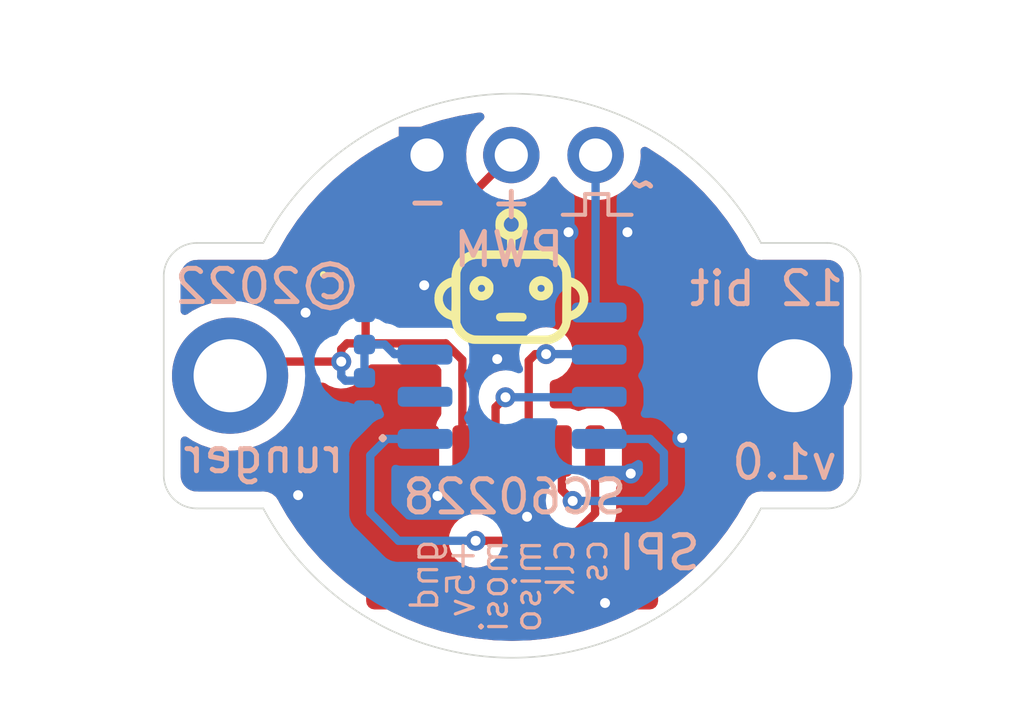
<source format=kicad_pcb>
(kicad_pcb (version 20211014) (generator pcbnew)
  (layers (0 "F.Cu" signal) (31 "B.Cu" signal) (34 "B.Paste" user) (35 "F.Paste" user) (36 "B.SilkS" user "B.Silkscreen") (37 "F.SilkS" user "F.Silkscreen") (38 "B.Mask" user) (39 "F.Mask" user) (44 "Edge.Cuts" user))
  (net 0 "")
  (net 1 "GND")
  (net 2 "VCC")
  (net 3 "Net-(D1-Pad1)")
  (net 4 "/nCS")
  (net 5 "/SCK")
  (net 6 "/MISO")
  (net 7 "/MOSI")
  (net 8 "/PWM")
  (footprint "MountingHole:MountingHole_2.2mm_M2_ISO7380_Pad" (layer "F.Cu") (at 121 75)
    (fp_text reference "H1")
    (fp_text value "MountingHole_Pad")
    (pad "1" thru_hole circle locked (at 0 0) (size 3.5 3.5) (drill 2.2) (layers *.Cu *.Mask) (net 2 "VCC"))
  )
  (footprint "Connector_JST:JST_SH_SM06B-SRSS-TB_1x06-1MP_P1.00mm_Horizontal" (layer "F.Cu") (at 129.5 79.27)
    (fp_text reference "J1")
    (fp_text value "Conn_01x06_MountingPin")
    (pad "1" smd roundrect locked (at -2.5 -2) (size 0.6 1.55) (layers "F.Cu" "F.Paste" "F.Mask") (net 1 "GND"))
    (pad "2" smd roundrect locked (at -1.5 -2) (size 0.6 1.55) (layers "F.Cu" "F.Paste" "F.Mask") (net 2 "VCC"))
    (pad "3" smd roundrect locked (at -0.5 -2) (size 0.6 1.55) (layers "F.Cu" "F.Paste" "F.Mask") (net 7 "/MOSI"))
    (pad "4" smd roundrect locked (at 0.5 -2) (size 0.6 1.55) (layers "F.Cu" "F.Paste" "F.Mask") (net 6 "/MISO"))
    (pad "5" smd roundrect locked (at 1.5 -2) (size 0.6 1.55) (layers "F.Cu" "F.Paste" "F.Mask") (net 5 "/SCK"))
    (pad "6" smd roundrect locked (at 2.5 -2) (size 0.6 1.55) (layers "F.Cu" "F.Paste" "F.Mask") (net 4 "/nCS"))
    (pad "MP" smd roundrect locked (at -3.8 1.875) (size 1.2 1.8) (layers "F.Cu" "F.Paste" "F.Mask") (roundrect_rratio 0.2083333333) (net 1 "GND"))
    (pad "MP" smd roundrect locked (at 3.8 1.875) (size 1.2 1.8) (layers "F.Cu" "F.Paste" "F.Mask") (roundrect_rratio 0.2083333333) (net 1 "GND"))
  )
  (footprint "Resistor_SMD:R_0402_1005Metric" (layer "F.Cu") (at 124.9 70.9)
    (fp_text reference "R1")
    (fp_text value "2k2")
    (pad "1" smd roundrect locked (at -0.485 0) (size 0.59 0.64) (layers "F.Cu" "F.Paste" "F.Mask") (net 3 "Net-(D1-Pad1)"))
    (pad "2" smd roundrect locked (at 0.485 0) (size 0.59 0.64) (layers "F.Cu" "F.Paste" "F.Mask") (net 1 "GND"))
  )
  (footprint "LED_SMD:LED_0402_1005Metric" (layer "F.Cu") (at 124.9 71.95)
    (fp_text reference "D1")
    (fp_text value "green")
    (fp_circle (center -1.09 0) (end -1.04 0) (layer "F.SilkS") (width 0.1) (fill none))
    (pad "1" smd roundrect locked (at -0.485 0) (size 0.59 0.64) (layers "F.Cu" "F.Paste" "F.Mask") (net 3 "Net-(D1-Pad1)"))
    (pad "2" smd roundrect locked (at 0.485 0) (size 0.59 0.64) (layers "F.Cu" "F.Paste" "F.Mask") (net 2 "VCC"))
  )
  (footprint "MountingHole:MountingHole_2.2mm_M2_ISO7380_Pad" (layer "F.Cu") (at 138 75)
    (fp_text reference "H2")
    (fp_text value "MountingHole_Pad")
    (pad "1" thru_hole circle locked (at 0 0) (size 3.5 3.5) (drill 2.2) (layers *.Cu *.Mask) (net 1 "GND"))
  )
  (footprint "Connector_PinHeader_2.54mm:PinHeader_1x03_P2.54mm_Vertical" (layer "F.Cu") (at 126.935 68.35 90)
    (fp_text reference "J2")
    (fp_text value "Conn_01x03")
    (pad "1" thru_hole rect locked (at 0 0 90) (size 1.7 1.7) (drill 1) (layers *.Cu *.Mask) (net 1 "GND"))
    (pad "2" thru_hole oval locked (at 0 2.54 90) (size 1.7 1.7) (drill 1) (layers *.Cu *.Mask) (net 2 "VCC"))
    (pad "3" thru_hole oval locked (at 0 5.08 90) (size 1.7 1.7) (drill 1) (layers *.Cu *.Mask) (net 8 "/PWM"))
  )
  (footprint "runger:Robo_logo2" (layer "F.Cu") (at 129.475 72)
    (fp_text reference "L1" hide)
    (fp_text value "Robo_Logo" hide)
    (fp_poly (pts (xy 0.097813 -2.033273) (xy 0.186492 -2.006246) (xy 0.268214 -1.96053) (xy 0.34422 -1.895576) (xy 0.353277 -1.886187) (xy 0.40812 -1.817965) (xy 0.44613 -1.745631) (xy 0.4685 -1.665749) (xy 0.476428 -1.574883) (xy 0.475802 -1.534168) (xy 0.473144 -1.485324) (xy 0.468585 -1.449197) (xy 0.460295 -1.418185) (xy 0.446443 -1.384687) (xy 0.433155 -1.3571) (xy 0.38195 -1.273063) (xy 0.318455 -1.204615) (xy 0.240771 -1.149882) (xy 0.203514 -1.13056) (xy 0.122471 -1.0922) (xy 0.122195 -0.93218) (xy 0.12192 -0.77216) (xy 0.61722 -0.771984) (xy 0.739095 -0.77186) (xy 0.842638 -0.771477) (xy 0.929835 -0.770681) (xy 1.002672 -0.769317) (xy 1.063137 -0.767231) (xy 1.113215 -0.764267) (xy 1.154894 -0.760272) (xy 1.19016 -0.755089) (xy 1.221001 -0.748566) (xy 1.249402 -0.740546) (xy 1.277351 -0.730876) (xy 1.306834 -0.719399) (xy 1.310281 -0.71801) (xy 1.397129 -0.677159) (xy 1.47441 -0.627391) (xy 1.549244 -0.563975) (xy 1.565153 -0.54864) (xy 1.64756 -0.454337) (xy 1.711593 -0.351364) (xy 1.751969 -0.255855) (xy 1.769983 -0.192551) (xy 1.784764 -0.121009) (xy 1.794734 -0.05026) (xy 1.79832 0.009764) (xy 1.799879 0.035382) (xy 1.808524 0.047841) (xy 1.830203 0.05427) (xy 1.83642 0.055422) (xy 1.883138 0.069054) (xy 1.938766 0.093237) (xy 1.997289 0.12473) (xy 2.052698 0.160289) (xy 2.098981 0.196672) (xy 2.100044 0.197632) (xy 2.166196 0.267786) (xy 2.224251 0.349103) (xy 2.269513 0.43461) (xy 2.283777 0.47065) (xy 2.302854 0.544344) (xy 2.313502 0.62867) (xy 2.315313 0.715594) (xy 2.307882 0.797078) (xy 2.301839 0.82804) (xy 2.267383 0.931737) (xy 2.21538 1.028275) (xy 2.148023 1.115306) (xy 2.067506 1.190481) (xy 1.976023 1.251453) (xy 1.875768 1.295873) (xy 1.859849 1.301043) (xy 1.828188 1.312774) (xy 1.805002 1.324939) (xy 1.797128 1.332267) (xy 1.792292 1.348767) (xy 1.786004 1.37906) (xy 1.779571 1.416808) (xy 1.779154 1.419531) (xy 1.752587 1.528373) (xy 1.707662 1.632248) (xy 1.646122 1.729159) (xy 1.569712 1.817109) (xy 1.480174 1.8941) (xy 1.379254 1.958136) (xy 1.268694 2.007217) (xy 1.26492 2.008553) (xy 1.18364 2.03708) (xy 0.0254 2.038938) (xy -0.160295 2.039194) (xy -0.326694 2.039328) (xy -0.474822 2.03933) (xy -0.605704 2.039191) (xy -0.720364 2.0389) (xy -0.819827 2.038449) (xy -0.905117 2.037826) (xy -0.977259 2.037023) (xy -1.037276 2.036031) (xy -1.086194 2.034838) (xy -1.125037 2.033435) (xy -1.15483 2.031814) (xy -1.176596 2.029963) (xy -1.191361 2.027873) (xy -1.1938 2.027374) (xy -1.304486 1.993291) (xy -1.408518 1.942326) (xy -1.503918 1.876537) (xy -1.588705 1.797979) (xy -1.660899 1.708708) (xy -1.718521 1.610779) (xy -1.75959 1.50625) (xy -1.779155 1.419531) (xy -1.78555 1.381502) (xy -1.79189 1.35049) (xy -1.796869 1.332833) (xy -1.797129 1.332267) (xy -1.810012 1.321823) (xy -1.836099 1.309459) (xy -1.85985 1.301043) (xy -1.949042 1.26608) (xy -2.030205 1.217852) (xy -2.108185 1.153335) (xy -2.128746 1.13331) (xy -2.202097 1.048655) (xy -2.25641 0.959996) (xy -2.292558 0.865054) (xy -2.311415 0.76155) (xy -2.313737 0.661106) (xy -2.069701 0.661106) (xy -2.064993 0.741119) (xy -2.064803 0.742151) (xy -2.039303 0.831107) (xy -1.998459 0.908416) (xy -1.952029 0.963925) (xy -1.920202 0.991581) (xy -1.88405 1.017948) (xy -1.848823 1.039695) (xy -1.819771 1.05349) (xy -1.80594 1.056631) (xy -1.804215 1.046846) (xy -1.802626 1.018977) (xy -1.801219 0.975261) (xy -1.80004 0.917932) (xy -1.799134 0.849229) (xy -1.798546 0.771386) (xy -1.798321 0.68664) (xy -1.79832 0.68072) (xy -1.798462 0.595587) (xy -1.798863 0.517207) (xy -1.799493 0.447814) (xy -1.80032 0.389645) (xy -1.800338 0.388824) (xy -1.54274 0.388824) (xy -1.542529 0.535018) (xy -1.542104 0.666108) (xy -1.53924 1.397) (xy -1.515308 1.456336) (xy -1.467107 1.550437) (xy -1.404381 1.631517) (xy -1.328757 1.698202) (xy -1.241861 1.749117) (xy -1.14532 1.782889) (xy -1.12268 1.787936) (xy -1.10573 1.789301) (xy -1.070106 1.790558) (xy -1.017456 1.791708) (xy -0.949427 1.792749) (xy -0.867665 1.793681) (xy -0.773818 1.794502) (xy -0.669531 1.795214) (xy -0.556453 1.795814) (xy -0.436228 1.796302) (xy -0.310505 1.796677) (xy -0.180931 1.79694) (xy -0.049151 1.797088) (xy 0.083187 1.797122) (xy 0.214437 1.797041) (xy 0.342951 1.796844) (xy 0.467084 1.79653) (xy 0.585187 1.796099) (xy 0.695615 1.79555) (xy 0.796721 1.794883) (xy 0.886857 1.794096) (xy 0.964377 1.793189) (xy 1.027635 1.792162) (xy 1.074983 1.791014) (xy 1.104775 1.789744) (xy 1.114014 1.788839) (xy 1.21477 1.759864) (xy 1.305507 1.713636) (xy 1.384854 1.651291) (xy 1.451441 1.573965) (xy 1.503899 1.482793) (xy 1.515307 1.456336) (xy 1.53924 1.397) (xy 1.542068 0.674918) (xy 1.79832 0.674918) (xy 1.79832 1.058009) (xy 1.82118 1.051365) (xy 1.841503 1.042282) (xy 1.871333 1.025356) (xy 1.898977 1.007702) (xy 1.964323 0.952274) (xy 2.014104 0.88628) (xy 2.048092 0.812482) (xy 2.06606 0.733646) (xy 2.06778 0.652533) (xy 2.053025 0.571909) (xy 2.021565 0.494536) (xy 1.973174 0.423177) (xy 1.949301 0.397211) (xy 1.923071 0.374374) (xy 1.890114 0.35027) (xy 1.855868 0.328353) (xy 1.82577 0.312075) (xy 1.80526 0.304887) (xy 1.803737 0.3048) (xy 1.802511 0.314587) (xy 1.801383 0.34246) (xy 1.800383 0.386185) (xy 1.799545 0.443528) (xy 1.7989 0.512253) (xy 1.798481 0.590128) (xy 1.79832 0.674918) (xy 1.542068 0.674918) (xy 1.542103 0.666108) (xy 1.542599 0.497897) (xy 1.54269 0.349966) (xy 1.542376 0.22228) (xy 1.541655 0.114804) (xy 1.540528 0.027501) (xy 1.538994 -0.039662) (xy 1.537053 -0.086723) (xy 1.534705 -0.113716) (xy 1.534153 -0.116872) (xy 1.505381 -0.206853) (xy 1.458852 -0.290619) (xy 1.396771 -0.365731) (xy 1.321347 -0.429749) (xy 1.234787 -0.480235) (xy 1.187567 -0.499805) (xy 1.12268 -0.52324) (xy 0.06096 -0.52619) (xy -0.121935 -0.526594) (xy -0.291295 -0.526757) (xy -0.446409 -0.526683) (xy -0.586564 -0.526377) (xy -0.71105 -0.525842) (xy -0.819155 -0.525084) (xy -0.910166 -0.524108) (xy -0.983372 -0.522917) (xy -1.038061 -0.521516) (xy -1.073521 -0.519909) (xy -1.084301 -0.518973) (xy -1.179842 -0.499897) (xy -1.264409 -0.466246) (xy -1.342058 -0.415999) (xy -1.405094 -0.359298) (xy -1.448956 -0.305335) (xy -1.488414 -0.239423) (xy -1.518989 -0.169931) (xy -1.533737 -0.11888) (xy -1.536183 -0.098098) (xy -1.538233 -0.060901) (xy -1.539893 -0.006788) (xy -1.541168 0.06474) (xy -1.542064 0.154185) (xy -1.542586 0.262046) (xy -1.54274 0.388824) (xy -1.800338 0.388824) (xy -1.80131 0.344937) (xy -1.802432 0.315925) (xy -1.803653 0.304846) (xy -1.803738 0.3048) (xy -1.815097 0.30903) (xy -1.838533 0.319909) (xy -1.858339 0.329722) (xy -1.925864 0.37472) (xy -1.982583 0.433994) (xy -2.026675 0.503907) (xy -2.056322 0.580823) (xy -2.069701 0.661106) (xy -2.313737 0.661106) (xy -2.313989 0.65024) (xy -2.300325 0.536454) (xy -2.269047 0.432407) (xy -2.219626 0.336961) (xy -2.151529 0.248981) (xy -2.104251 0.201827) (xy -2.055759 0.162847) (xy -1.998681 0.125465) (xy -1.938894 0.092906) (xy -1.882278 0.068396) (xy -1.837853 0.055691) (xy -1.801186 0.049076) (xy -1.794474 -0.038236) (xy -1.781416 -0.144723) (xy -1.758995 -0.238269) (xy -1.727587 -0.320816) (xy -1.668331 -0.427322) (xy -1.592792 -0.523024) (xy -1.502942 -0.606046) (xy -1.400753 -0.674511) (xy -1.310282 -0.71801) (xy -1.280506 -0.729696) (xy -1.252485 -0.739559) (xy -1.224232 -0.747754) (xy -1.19376 -0.754436) (xy -1.159082 -0.759759) (xy -1.118211 -0.763878) (xy -1.069161 -0.766948) (xy -1.009945 -0.769124) (xy -0.938576 -0.77056) (xy -0.853068 -0.771412) (xy -0.751434 -0.771833) (xy -0.631687 -0.771978) (xy -0.61722 -0.771984) (xy -0.12192 -0.77216) (xy -0.122472 -1.0922) (xy -0.203515 -1.13056) (xy -0.287715 -1.1801) (xy -0.356929 -1.242569) (xy -0.413057 -1.31984) (xy -0.433156 -1.3571) (xy -0.451754 -1.39651) (xy -0.463563 -1.428344) (xy -0.470417 -1.460207) (xy -0.474144 -1.499698) (xy -0.475803 -1.534168) (xy -0.47547 -1.54385) (xy -0.232207 -1.54385) (xy -0.226704 -1.511201) (xy -0.212015 -1.473437) (xy -0.210775 -1.470716) (xy -0.173627 -1.411857) (xy -0.1245 -1.368254) (xy -0.06612 -1.341137) (xy -0.001214 -1.331737) (xy 0.067493 -1.341287) (xy 0.072558 -1.342752) (xy 0.124102 -1.367849) (xy 0.170263 -1.408459) (xy 0.20593 -1.459777) (xy 0.213119 -1.474894) (xy 0.230063 -1.538334) (xy 0.228163 -1.602024) (xy 0.20856 -1.662537) (xy 0.172395 -1.716447) (xy 0.120809 -1.760327) (xy 0.117368 -1.762492) (xy 0.085246 -1.780217) (xy 0.056158 -1.789549) (xy 0.020627 -1.792969) (xy 0 -1.79324) (xy -0.041527 -1.791671) (xy -0.072343 -1.785309) (xy -0.101926 -1.77167) (xy -0.117369 -1.762492) (xy -0.170455 -1.718251) (xy -0.208183 -1.661915) (xy -0.228624 -1.596556) (xy -0.230486 -1.5825) (xy -0.232207 -1.54385) (xy -0.47547 -1.54385) (xy -0.472336 -1.634808) (xy -0.452825 -1.724048) (xy -0.416505 -1.803885) (xy -0.362609 -1.876319) (xy -0.332953 -1.906526) (xy -0.257649 -1.967521) (xy -0.179661 -2.009557) (xy -0.095663 -2.033983) (xy -0.002332 -2.042152) (xy 0.000938 -2.042161) (xy 0.097813 -2.033273)) (layer "F.SilkS") (width 0.01) (fill solid))
    (fp_poly (pts (xy 0.986438 0.014923) (xy 1.060362 0.044017) (xy 1.127592 0.088719) (xy 1.161498 0.120766) (xy 1.203048 0.170304) (xy 1.230682 0.217184) (xy 1.246804 0.267721) (xy 1.253812 0.328229) (xy 1.254653 0.36576) (xy 1.253911 0.414946) (xy 1.250751 0.450757) (xy 1.243964 0.480101) (xy 1.232341 0.509888) (xy 1.22763 0.520156) (xy 1.185181 0.58825) (xy 1.127574 0.647261) (xy 1.059504 0.692457) (xy 1.054096 0.695163) (xy 0.994477 0.716172) (xy 0.926104 0.727373) (xy 0.857164 0.728111) (xy 0.795845 0.717726) (xy 0.79116 0.716282) (xy 0.717714 0.682449) (xy 0.651949 0.632363) (xy 0.597684 0.569722) (xy 0.558734 0.498223) (xy 0.55447 0.487022) (xy 0.541188 0.427663) (xy 0.538719 0.364108) (xy 0.7874 0.364108) (xy 0.790132 0.400703) (xy 0.800213 0.426279) (xy 0.81224 0.441364) (xy 0.849739 0.468228) (xy 0.893251 0.479195) (xy 0.93707 0.473905) (xy 0.975492 0.451998) (xy 0.975831 0.451693) (xy 1.001822 0.416117) (xy 1.012073 0.374572) (xy 1.007006 0.33252) (xy 0.987043 0.295425) (xy 0.962106 0.273872) (xy 0.915745 0.255793) (xy 0.870018 0.257052) (xy 0.828082 0.277431) (xy 0.82058 0.283646) (xy 0.800035 0.304795) (xy 0.79026 0.325783) (xy 0.787457 0.355817) (xy 0.7874 0.364108) (xy 0.538719 0.364108) (xy 0.53853 0.359264) (xy 0.545973 0.289777) (xy 0.562998 0.227152) (xy 0.572955 0.204665) (xy 0.620513 0.133516) (xy 0.682451 0.076017) (xy 0.756986 0.033504) (xy 0.834304 0.008956) (xy 0.90977 0.002786) (xy 0.986438 0.014923)) (layer "F.SilkS") (width 0.01) (fill solid))
    (fp_poly (pts (xy -0.852964 0.006741) (xy -0.817725 0.011646) (xy -0.784163 0.022321) (xy -0.750304 0.037274) (xy -0.673759 0.083754) (xy -0.612127 0.14399) (xy -0.571847 0.205393) (xy -0.558897 0.231799) (xy -0.55062 0.255572) (xy -0.54599 0.282534) (xy -0.54398 0.318509) (xy -0.54356 0.36576) (xy -0.54392 0.414476) (xy -0.545819 0.448904) (xy -0.550486 0.475073) (xy -0.559149 0.499011) (xy -0.573038 0.526749) (xy -0.578408 0.536712) (xy -0.627833 0.608228) (xy -0.689348 0.664085) (xy -0.761289 0.703224) (xy -0.841998 0.724585) (xy -0.878285 0.728009) (xy -0.922977 0.727777) (xy -0.96726 0.723815) (xy -0.996902 0.718102) (xy -1.071873 0.6867) (xy -1.138466 0.638469) (xy -1.193765 0.576147) (xy -1.234861 0.502475) (xy -1.240146 0.489229) (xy -1.254921 0.428174) (xy -1.257529 0.379922) (xy -1.011775 0.379922) (xy -1.000461 0.419396) (xy -0.976344 0.450614) (xy -0.942976 0.471496) (xy -0.903905 0.479966) (xy -0.862681 0.473947) (xy -0.822855 0.45136) (xy -0.816409 0.445657) (xy -0.792327 0.410916) (xy -0.784475 0.37133) (xy -0.79105 0.331419) (xy -0.810248 0.295701) (xy -0.840265 0.268694) (xy -0.879298 0.254916) (xy -0.892911 0.254037) (xy -0.940383 0.262888) (xy -0.978565 0.287515) (xy -1.003588 0.325192) (xy -1.006738 0.334267) (xy -1.011775 0.379922) (xy -1.257529 0.379922) (xy -1.258686 0.358539) (xy -1.251704 0.288652) (xy -1.234236 0.226841) (xy -1.231721 0.220972) (xy -1.197754 0.164248) (xy -1.14968 0.109757) (xy -1.093386 0.063333) (xy -1.04366 0.034658) (xy -1.004496 0.018692) (xy -0.969085 0.009806) (xy -0.928075 0.006124) (xy -0.89916 0.005634) (xy -0.852964 0.006741)) (layer "F.SilkS") (width 0.01) (fill solid))
    (fp_poly (pts (xy 0.109648 1.108074) (xy 0.181977 1.108995) (xy 0.246828 1.110394) (xy 0.301111 1.112273) (xy 0.34174 1.11463) (xy 0.365625 1.117466) (xy 0.367646 1.117953) (xy 0.411414 1.139753) (xy 0.441917 1.175255) (xy 0.456393 1.220837) (xy 0.4572 1.235368) (xy 0.454299 1.267576) (xy 0.442839 1.293313) (xy 0.42243 1.318409) (xy 0.38766 1.35636) (xy 0.01349 1.358862) (xy -0.086109 1.359423) (xy -0.167411 1.359599) (xy -0.232438 1.359326) (xy -0.283212 1.35854) (xy -0.321753 1.357174) (xy -0.350083 1.355164) (xy -0.370224 1.352446) (xy -0.384195 1.348955) (xy -0.391682 1.34587) (xy -0.427256 1.31781) (xy -0.449564 1.279059) (xy -0.457458 1.23505) (xy -0.449786 1.191222) (xy -0.431147 1.159316) (xy -0.403631 1.135638) (xy -0.3711 1.119007) (xy -0.367647 1.117953) (xy -0.34666 1.115042) (xy -0.308447 1.11261) (xy -0.256096 1.110656) (xy -0.192694 1.109182) (xy -0.121331 1.108186) (xy -0.045094 1.10767) (xy 0.032928 1.107633) (xy 0.109648 1.108074)) (layer "F.SilkS") (width 0.01) (fill solid))
  )
  (footprint "Package_SO:SOP-8_3.9x4.9mm_P1.27mm" (layer "B.Cu") (at 129.5 75)
    (fp_text reference "U1")
    (fp_text value "SC60228")
    (pad "1" smd roundrect (at -2.625 1.905) (size 1.65 0.6) (layers "B.Cu" "B.Paste" "B.Mask") (net 4 "/nCS"))
    (pad "2" smd roundrect (at -2.625 0.635) (size 1.65 0.6) (layers "B.Cu" "B.Paste" "B.Mask"))
    (pad "3" smd roundrect (at -2.625 -0.635) (size 1.65 0.6) (layers "B.Cu" "B.Paste" "B.Mask") (net 2 "VCC"))
    (pad "4" smd roundrect (at -2.625 -1.905) (size 1.65 0.6) (layers "B.Cu" "B.Paste" "B.Mask") (net 1 "GND"))
    (pad "5" smd roundrect (at 2.625 -1.905) (size 1.65 0.6) (layers "B.Cu" "B.Paste" "B.Mask") (net 8 "/PWM"))
    (pad "6" smd roundrect (at 2.625 -0.635) (size 1.65 0.6) (layers "B.Cu" "B.Paste" "B.Mask") (net 6 "/MISO"))
    (pad "7" smd roundrect (at 2.625 0.635) (size 1.65 0.6) (layers "B.Cu" "B.Paste" "B.Mask") (net 7 "/MOSI"))
    (pad "8" smd roundrect (at 2.625 1.905) (size 1.65 0.6) (layers "B.Cu" "B.Paste" "B.Mask") (net 5 "/SCK"))
  )
  (footprint "Capacitor_SMD:C_0402_1005Metric" (layer "B.Cu") (at 125.05 75.55 90)
    (fp_text reference "C1")
    (fp_text value "10uF 10V")
    (pad "1" smd roundrect locked (at -0.485 0 90) (size 0.59 0.64) (layers "B.Cu" "B.Paste" "B.Mask") (net 1 "GND"))
    (pad "2" smd roundrect locked (at 0.485 0 90) (size 0.59 0.64) (layers "B.Cu" "B.Paste" "B.Mask") (net 2 "VCC"))
  )
  (footprint "Capacitor_SMD:C_0402_1005Metric" (layer "B.Cu") (at 125.05 73.575 -90)
    (fp_text reference "C2")
    (fp_text value "100nF 10V")
    (pad "1" smd roundrect locked (at -0.485 0 270) (size 0.59 0.64) (layers "B.Cu" "B.Paste" "B.Mask") (net 1 "GND"))
    (pad "2" smd roundrect locked (at 0.485 0 270) (size 0.59 0.64) (layers "B.Cu" "B.Paste" "B.Mask") (net 2 "VCC"))
  )
  (gr_line (start 131.7 70.15) (end 131.7 69.525) (layer "B.SilkS") (width 0.12))
  (gr_line (start 132.4 69.525) (end 132.4 70.15) (layer "B.SilkS") (width 0.12))
  (gr_line (start 131.025 70.15) (end 131.7 70.15) (layer "B.SilkS") (width 0.12))
  (gr_line (start 132.4 70.15) (end 133.1 70.15) (layer "B.SilkS") (width 0.12))
  (gr_line (start 131.7 69.525) (end 132.4 69.525) (layer "B.SilkS") (width 0.12))
  (gr_arc (start 140 78) (mid 139.707107 78.707107) (end 139 79) (layer "Edge.Cuts") (width 0.05))
  (gr_arc (start 139 71) (mid 139.707107 71.292893) (end 140 72) (layer "Edge.Cuts") (width 0.05))
  (gr_arc (start 120 79) (mid 119.292893 78.707107) (end 119 78) (layer "Edge.Cuts") (width 0.05))
  (gr_arc (start 119 72) (mid 119.292893 71.292893) (end 120 71) (layer "Edge.Cuts") (width 0.05))
  (gr_line (start 120 79) (end 122 79) (layer "Edge.Cuts") (width 0.05))
  (gr_line (start 119 72) (end 119 78) (layer "Edge.Cuts") (width 0.05))
  (gr_line (start 122.000001 71.000001) (end 120 71) (layer "Edge.Cuts") (width 0.05))
  (gr_line (start 139 79) (end 136.999999 79.000001) (layer "Edge.Cuts") (width 0.05))
  (gr_line (start 140 72) (end 140 78) (layer "Edge.Cuts") (width 0.05))
  (gr_line (start 136.999999 71) (end 139 71) (layer "Edge.Cuts") (width 0.05))
  (gr_arc (start 136.999999 79.000001) (mid 129.499999 83.5) (end 122 78.999999) (layer "Edge.Cuts") (width 0.05))
  (gr_arc (start 122.000001 71.000001) (mid 129.5 66.500001) (end 136.999999 71) (layer "Edge.Cuts") (width 0.05))
  (gr_text "cs" (at 131.96 79.865 90) (layer "B.SilkS") (effects (font (size 0.8 0.8) (thickness 0.1)) (justify left mirror)))
  (gr_text "gnd" (at 126.86 79.865 90) (layer "B.SilkS") (effects (font (size 0.8 0.8) (thickness 0.1)) (justify left mirror)))
  (gr_text "+5v" (at 127.96 79.865 90) (layer "B.SilkS") (effects (font (size 0.8 0.8) (thickness 0.1)) (justify left mirror)))
  (gr_text "clk" (at 130.96 79.865 90) (layer "B.SilkS") (effects (font (size 0.8 0.8) (thickness 0.1)) (justify left mirror)))
  (gr_text "miso" (at 129.96 79.865 90) (layer "B.SilkS") (effects (font (size 0.8 0.8) (thickness 0.1)) (justify left mirror)))
  (gr_text "." (at 125.6 76.475) (layer "B.SilkS") (effects (font (size 1 1))))
  (gr_text "SC60228" (at 129.575 78.65) (layer "B.SilkS") (effects (font (size 1 1)) (justify mirror)))
  (gr_text "mosi" (at 128.96 79.865 90) (layer "B.SilkS") (effects (font (size 0.8 0.8) (thickness 0.1)) (justify left mirror)))
  (gr_text "~" (at 133.41 69.21) (layer "B.SilkS") (effects (font (size 1 1)) (justify mirror)))
  (gr_text "©2022" (at 122.11 72.31) (layer "B.SilkS") (effects (font (size 1 1)) (justify mirror)))
  (gr_text "runger" (at 122.01 77.41) (layer "B.SilkS") (effects (font (size 1 1)) (justify mirror)))
  (gr_text "SPI" (at 133.935 80.335) (layer "B.SilkS") (effects (font (size 1 1)) (justify mirror)))
  (gr_text "v1.0" (at 137.71 77.61) (layer "B.SilkS") (effects (font (size 1 1)) (justify mirror)))
  (gr_text "PWM" (at 129.4 71.2) (layer "B.SilkS") (effects (font (size 1 1)) (justify mirror)))
  (gr_text "12 bit" (at 137.175 72.375) (layer "B.SilkS") (effects (font (size 1 1)) (justify mirror)))
  (gr_text "+" (at 129.475 69.75) (layer "B.SilkS") (effects (font (size 1 1)) (justify mirror)))
  (gr_text "-" (at 126.95 69.725) (layer "B.SilkS") (effects (font (size 1 1)) (justify mirror)))
  (via (at 132.3 81.85) (size 0.6) (drill 0.3) (layers "F.Cu" "B.Cu") (net 1))
  (via (at 133.075 77.95) (size 0.6) (drill 0.3) (layers "F.Cu" "B.Cu") (net 1))
  (via (at 123.275 73.1) (size 0.6) (drill 0.3) (layers "F.Cu" "B.Cu") (net 1))
  (via (at 129.95 79.25) (size 0.6) (drill 0.3) (layers "F.Cu" "B.Cu") (net 1))
  (via (at 127.25 78.625) (size 0.6) (drill 0.3) (layers "F.Cu" "B.Cu") (net 1))
  (via (at 129.05 74.5) (size 0.6) (drill 0.3) (layers "F.Cu" "B.Cu") (net 1))
  (via (at 123.05 78.6) (size 0.6) (drill 0.3) (layers "F.Cu" "B.Cu") (net 1))
  (via (at 134.625 76.875) (size 0.6) (drill 0.3) (layers "F.Cu" "B.Cu") (net 1))
  (via (at 131.2 70.675) (size 0.6) (drill 0.3) (layers "F.Cu" "B.Cu") (net 1))
  (via (at 132.975 70.675) (size 0.6) (drill 0.3) (layers "F.Cu" "B.Cu") (net 1))
  (via (at 126.85 72.275) (size 0.6) (drill 0.3) (layers "F.Cu" "B.Cu") (net 1))
  (segment (start 125.085 72.25) (end 125.385 71.95) (width 0.25) (layer "F.Cu") (net 2))
  (segment (start 128 74.525) (end 128 77.27) (width 0.25) (layer "F.Cu") (net 2))
  (segment (start 125.05 74.025) (end 127.5 74.025) (width 0.25) (layer "F.Cu") (net 2))
  (segment (start 121.425 74.575) (end 121 75) (width 0.25) (layer "F.Cu") (net 2))
  (segment (start 125.875 71.95) (end 129.475 68.35) (width 0.25) (layer "F.Cu") (net 2))
  (segment (start 125.05 74.025) (end 125.085 73.99) (width 0.25) (layer "F.Cu") (net 2))
  (segment (start 124.525 74.025) (end 125.05 74.025) (width 0.25) (layer "F.Cu") (net 2))
  (segment (start 125.085 73.99) (end 125.085 72.25) (width 0.25) (layer "F.Cu") (net 2))
  (segment (start 124.35 74.2) (end 124.525 74.025) (width 0.25) (layer "F.Cu") (net 2))
  (segment (start 124.35 74.575) (end 121.425 74.575) (width 0.25) (layer "F.Cu") (net 2))
  (segment (start 124.35 74.575) (end 124.35 74.2) (width 0.25) (layer "F.Cu") (net 2))
  (segment (start 127.5 74.025) (end 128 74.525) (width 0.25) (layer "F.Cu") (net 2))
  (segment (start 125.385 71.95) (end 125.875 71.95) (width 0.25) (layer "F.Cu") (net 2))
  (via (at 124.35 74.575) (size 0.6) (drill 0.3) (layers "F.Cu" "B.Cu") (net 2))
  (segment (start 124.965 75.15) (end 125.05 75.065) (width 0.25) (layer "B.Cu") (net 2))
  (segment (start 125.05 75.065) (end 125.05 74.06) (width 0.25) (layer "B.Cu") (net 2))
  (segment (start 126.16 74.365) (end 126.875 74.365) (width 0.25) (layer "B.Cu") (net 2))
  (segment (start 125.95 74.35) (end 125.66 74.06) (width 0.25) (layer "B.Cu") (net 2))
  (segment (start 124.475 75.15) (end 124.965 75.15) (width 0.25) (layer "B.Cu") (net 2))
  (segment (start 125.66 74.06) (end 125.05 74.06) (width 0.25) (layer "B.Cu") (net 2))
  (segment (start 126.6375 74.35) (end 125.95 74.35) (width 0.25) (layer "B.Cu") (net 2))
  (segment (start 124.84 74.06) (end 125.05 74.06) (width 0.25) (layer "B.Cu") (net 2))
  (segment (start 124.35 75.025) (end 124.475 75.15) (width 0.25) (layer "B.Cu") (net 2))
  (segment (start 124.35 74.575) (end 124.35 75.025) (width 0.25) (layer "B.Cu") (net 2))
  (segment (start 124.415 71.95) (end 124.415 70.9) (width 0.25) (layer "F.Cu") (net 3))
  (segment (start 132 79.15) (end 132 77.27) (width 0.25) (layer "F.Cu") (net 4))
  (segment (start 131.175 79.975) (end 132 79.15) (width 0.25) (layer "F.Cu") (net 4))
  (segment (start 128.4 79.975) (end 131.175 79.975) (width 0.25) (layer "F.Cu") (net 4))
  (via (at 128.4 79.975) (size 0.6) (drill 0.3) (layers "F.Cu" "B.Cu") (net 4))
  (segment (start 125.72 76.905) (end 126.875 76.905) (width 0.25) (layer "B.Cu") (net 4))
  (segment (start 128.4 79.975) (end 126.075 79.975) (width 0.25) (layer "B.Cu") (net 4))
  (segment (start 125.225 79.125) (end 125.225 77.4) (width 0.25) (layer "B.Cu") (net 4))
  (segment (start 126.075 79.975) (end 125.225 79.125) (width 0.25) (layer "B.Cu") (net 4))
  (segment (start 125.225 77.4) (end 125.72 76.905) (width 0.25) (layer "B.Cu") (net 4))
  (segment (start 131 78.45) (end 131 77.27) (width 0.25) (layer "F.Cu") (net 5))
  (segment (start 131.325 78.775) (end 131 78.45) (width 0.25) (layer "F.Cu") (net 5))
  (via (at 131.325 78.775) (size 0.6) (drill 0.3) (layers "F.Cu" "B.Cu") (net 5))
  (segment (start 134.075 78.225) (end 134.075 77.325) (width 0.25) (layer "B.Cu") (net 5))
  (segment (start 133.525 78.775) (end 134.075 78.225) (width 0.25) (layer "B.Cu") (net 5))
  (segment (start 133.655 76.905) (end 132.125 76.905) (width 0.25) (layer "B.Cu") (net 5))
  (segment (start 134.075 77.325) (end 133.655 76.905) (width 0.25) (layer "B.Cu") (net 5))
  (segment (start 131.325 78.775) (end 133.525 78.775) (width 0.25) (layer "B.Cu") (net 5))
  (segment (start 130.2 74.35) (end 130.525 74.35) (width 0.25) (layer "F.Cu") (net 6))
  (segment (start 130 77.27) (end 130 74.55) (width 0.25) (layer "F.Cu") (net 6))
  (segment (start 130 74.55) (end 130.2 74.35) (width 0.25) (layer "F.Cu") (net 6))
  (via (at 130.525 74.35) (size 0.6) (drill 0.3) (layers "F.Cu" "B.Cu") (net 6))
  (segment (start 130.525 74.35) (end 132.11 74.35) (width 0.25) (layer "B.Cu") (net 6))
  (segment (start 132.11 74.35) (end 132.125 74.365) (width 0.25) (layer "B.Cu") (net 6))
  (segment (start 129.3 75.65) (end 129 75.95) (width 0.25) (layer "F.Cu") (net 7))
  (segment (start 129 75.95) (end 129 77.27) (width 0.25) (layer "F.Cu") (net 7))
  (via (at 129.3 75.65) (size 0.6) (drill 0.3) (layers "F.Cu" "B.Cu") (net 7))
  (segment (start 129.3 75.65) (end 132.11 75.65) (width 0.25) (layer "B.Cu") (net 7))
  (segment (start 132.11 75.65) (end 132.125 75.635) (width 0.25) (layer "B.Cu") (net 7))
  (segment (start 132.125 73.095) (end 132.015 72.985) (width 0.25) (layer "B.Cu") (net 8))
  (segment (start 132.015 72.985) (end 132.015 68.35) (width 0.25) (layer "B.Cu") (net 8))
  (zone (net 1) (net_name "GND") (layer "F.Cu") (connect_pads yes (clearance 0.508)) (min_thickness 0.254) (fill yes (thermal_gap 0.508) (thermal_bridge_width 0.508))
    (polygon (pts (xy 140.02 83.57) (xy 119.02 83.57) (xy 119.02 66.52) (xy 140.02 66.52)))
  )
  (zone (net 1) (net_name "GND") (layer "B.Cu") (connect_pads yes (clearance 0.508)) (min_thickness 0.254) (fill yes (thermal_gap 0.508) (thermal_bridge_width 0.508))
    (polygon (pts (xy 140.02 83.57) (xy 119.02 83.57) (xy 119.02 66.52) (xy 140.02 66.52)))
  )
)
</source>
